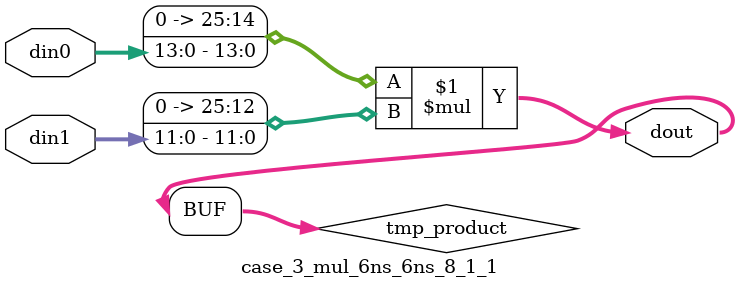
<source format=v>

`timescale 1 ns / 1 ps

 module case_3_mul_6ns_6ns_8_1_1(din0, din1, dout);
parameter ID = 1;
parameter NUM_STAGE = 0;
parameter din0_WIDTH = 14;
parameter din1_WIDTH = 12;
parameter dout_WIDTH = 26;

input [din0_WIDTH - 1 : 0] din0; 
input [din1_WIDTH - 1 : 0] din1; 
output [dout_WIDTH - 1 : 0] dout;

wire signed [dout_WIDTH - 1 : 0] tmp_product;
























assign tmp_product = $signed({1'b0, din0}) * $signed({1'b0, din1});











assign dout = tmp_product;





















endmodule

</source>
